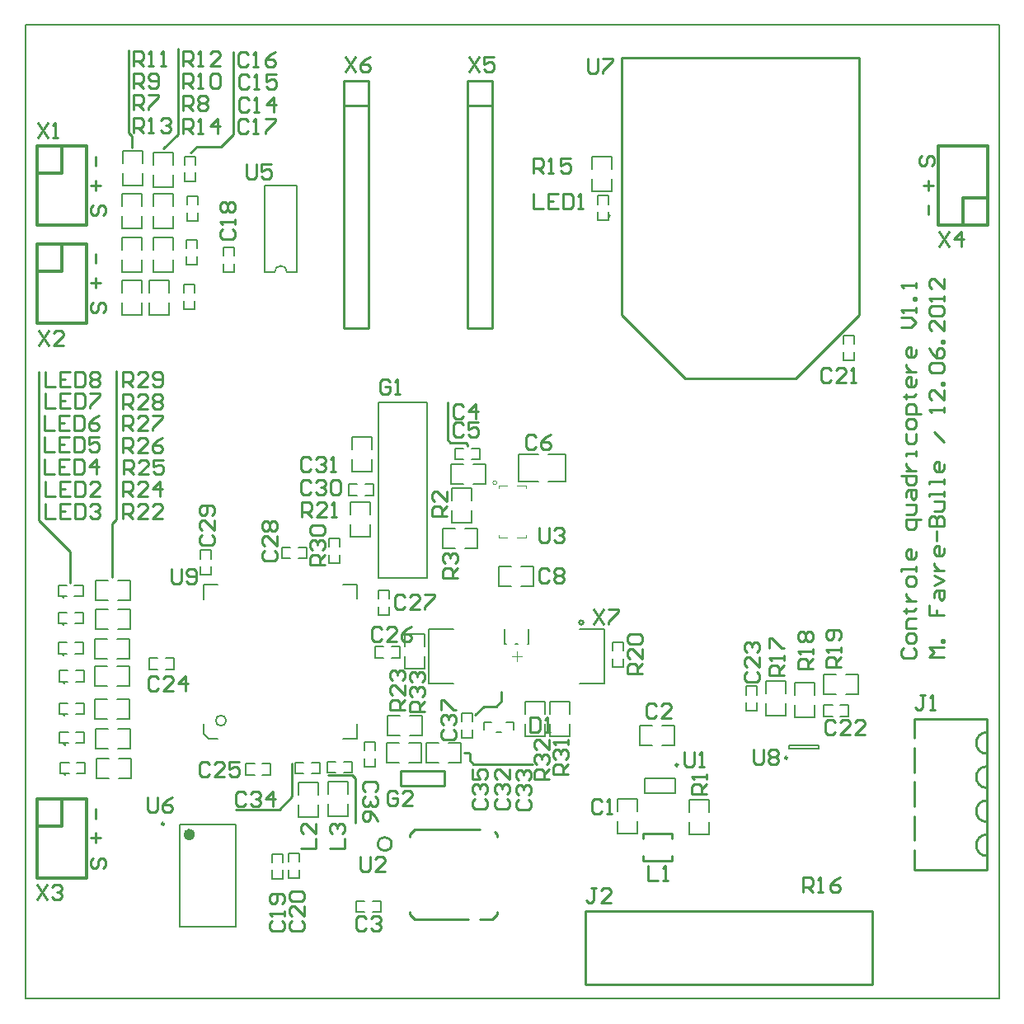
<source format=gto>
%FSLAX25Y25*%
%MOIN*%
G70*
G01*
G75*
G04 Layer_Color=65535*
%ADD10R,0.06000X0.04000*%
%ADD11R,0.02953X0.11024*%
%ADD12R,0.04000X0.06000*%
%ADD13R,0.03201X0.02799*%
%ADD14R,0.02799X0.03201*%
%ADD15R,0.03543X0.04724*%
%ADD16O,0.10236X0.02756*%
%ADD17R,0.20472X0.34449*%
%ADD18O,0.01772X0.07874*%
%ADD19R,0.01201X0.07098*%
%ADD20R,0.01200X0.07100*%
%ADD21R,0.07100X0.01200*%
%ADD22R,0.07100X0.01200*%
%ADD23R,0.07098X0.01201*%
%ADD24R,0.02559X0.04134*%
%ADD25R,0.06000X0.02500*%
%ADD26O,0.06000X0.02500*%
%ADD27R,0.06299X0.01969*%
%ADD28R,0.01969X0.06299*%
%ADD29R,0.04724X0.02362*%
%ADD30R,0.07874X0.21654*%
%ADD31R,0.04000X0.04000*%
%ADD32R,0.04000X0.08000*%
%ADD33R,0.03937X0.09055*%
%ADD34R,0.03937X0.05118*%
%ADD35R,0.05118X0.03937*%
%ADD36R,0.05906X0.03937*%
%ADD37R,0.11024X0.03937*%
%ADD38C,0.01181*%
%ADD39C,0.01969*%
%ADD40C,0.00591*%
%ADD41C,0.00787*%
%ADD42C,0.06299*%
%ADD43R,0.06299X0.06299*%
%ADD44R,0.06300X0.06200*%
%ADD45O,0.06300X0.06200*%
%ADD46C,0.25590*%
%ADD47R,0.09843X0.09843*%
%ADD48C,0.09843*%
%ADD49C,0.03937*%
%ADD50R,0.09843X0.09843*%
%ADD51C,0.02362*%
%ADD52C,0.05000*%
%ADD53C,0.04000*%
%ADD54C,0.05906*%
G04:AMPARAMS|DCode=55|XSize=74.803mil|YSize=74.803mil|CornerRadius=0mil|HoleSize=0mil|Usage=FLASHONLY|Rotation=0.000|XOffset=0mil|YOffset=0mil|HoleType=Round|Shape=Relief|Width=10mil|Gap=7.87mil|Entries=4|*
%AMTHD55*
7,0,0,0.07480,0.05906,0.01000,45*
%
%ADD55THD55*%
%ADD56C,0.05512*%
G04:AMPARAMS|DCode=57|XSize=70.866mil|YSize=70.866mil|CornerRadius=0mil|HoleSize=0mil|Usage=FLASHONLY|Rotation=0.000|XOffset=0mil|YOffset=0mil|HoleType=Round|Shape=Relief|Width=10mil|Gap=7.87mil|Entries=4|*
%AMTHD57*
7,0,0,0.07087,0.05512,0.01000,45*
%
%ADD57THD57*%
G04:AMPARAMS|DCode=58|XSize=161.417mil|YSize=161.417mil|CornerRadius=0mil|HoleSize=0mil|Usage=FLASHONLY|Rotation=0.000|XOffset=0mil|YOffset=0mil|HoleType=Round|Shape=Relief|Width=10mil|Gap=7.87mil|Entries=4|*
%AMTHD58*
7,0,0,0.16142,0.14567,0.01000,45*
%
%ADD58THD58*%
%ADD59C,0.08268*%
G04:AMPARAMS|DCode=60|XSize=98.425mil|YSize=98.425mil|CornerRadius=0mil|HoleSize=0mil|Usage=FLASHONLY|Rotation=0.000|XOffset=0mil|YOffset=0mil|HoleType=Round|Shape=Relief|Width=10mil|Gap=7.87mil|Entries=4|*
%AMTHD60*
7,0,0,0.09843,0.08268,0.01000,45*
%
%ADD60THD60*%
%ADD61C,0.05118*%
G04:AMPARAMS|DCode=62|XSize=66.929mil|YSize=66.929mil|CornerRadius=0mil|HoleSize=0mil|Usage=FLASHONLY|Rotation=0.000|XOffset=0mil|YOffset=0mil|HoleType=Round|Shape=Relief|Width=10mil|Gap=7.87mil|Entries=4|*
%AMTHD62*
7,0,0,0.06693,0.05118,0.01000,45*
%
%ADD62THD62*%
%ADD63C,0.03543*%
G04:AMPARAMS|DCode=64|XSize=51.181mil|YSize=51.181mil|CornerRadius=0mil|HoleSize=0mil|Usage=FLASHONLY|Rotation=0.000|XOffset=0mil|YOffset=0mil|HoleType=Round|Shape=Relief|Width=10mil|Gap=7.87mil|Entries=4|*
%AMTHD64*
7,0,0,0.05118,0.03543,0.01000,45*
%
%ADD64THD64*%
G04:AMPARAMS|DCode=65|XSize=67.37mil|YSize=67.37mil|CornerRadius=0mil|HoleSize=0mil|Usage=FLASHONLY|Rotation=0.000|XOffset=0mil|YOffset=0mil|HoleType=Round|Shape=Relief|Width=10mil|Gap=7.87mil|Entries=4|*
%AMTHD65*
7,0,0,0.06737,0.05162,0.01000,45*
%
%ADD65THD65*%
%ADD66C,0.05162*%
%ADD67C,0.14567*%
%ADD68R,0.01181X0.03150*%
%ADD69R,0.03150X0.01181*%
%ADD70R,0.19685X0.19685*%
%ADD71R,0.12598X0.12598*%
%ADD72C,0.00984*%
%ADD73C,0.02362*%
%ADD74C,0.01000*%
%ADD75C,0.00800*%
%ADD76C,0.00394*%
%ADD77C,0.00197*%
%ADD78C,0.00500*%
%ADD79C,0.01200*%
D38*
X4685Y69803D02*
X14685D01*
Y80803D01*
X4685Y294213D02*
X14685D01*
Y305213D01*
X4685Y333583D02*
X14685D01*
Y344583D01*
X379016Y323898D02*
X389016D01*
X379016Y312898D02*
Y323898D01*
D41*
X153283Y133354D02*
X161283D01*
X153283Y142354D02*
Y147354D01*
X161283D01*
Y133354D02*
Y138354D01*
X153283Y133354D02*
Y138354D01*
X161283Y142354D02*
Y147354D01*
X202201Y105992D02*
X210201D01*
X202201Y114992D02*
Y119992D01*
X210201D01*
Y105992D02*
Y110992D01*
X202201Y105992D02*
Y110992D01*
X210201Y114992D02*
Y119992D01*
X212142Y105992D02*
X220142D01*
X212142Y114992D02*
Y119992D01*
X220142D01*
Y105992D02*
Y110992D01*
X212142Y105992D02*
Y110992D01*
X220142Y114992D02*
Y119992D01*
X193898Y143405D02*
Y149508D01*
Y143405D02*
X194291D01*
X203346D02*
Y149508D01*
X202953Y143405D02*
X203346D01*
X198228D02*
X199016D01*
X163189Y127264D02*
X173031D01*
X163189D02*
Y149508D01*
X173031D01*
X224213D02*
X234055D01*
Y127264D02*
Y149508D01*
X224213Y127264D02*
X234055D01*
X146248Y106532D02*
Y114532D01*
X155248D02*
X160248D01*
Y106532D02*
Y114532D01*
X146248Y106532D02*
X151248D01*
X146248Y114532D02*
X151248D01*
X155248Y106532D02*
X160248D01*
X159953Y95409D02*
Y103409D01*
X145953Y95409D02*
X150953D01*
X145953D02*
Y103409D01*
X154953D02*
X159953D01*
X154953Y95409D02*
X159953D01*
X145953Y103409D02*
X150953D01*
X162094Y95508D02*
Y103508D01*
X171094D02*
X176094D01*
Y95508D02*
Y103508D01*
X162094Y95508D02*
X167094D01*
X162094Y103508D02*
X167094D01*
X171094Y95508D02*
X176094D01*
X139532Y195898D02*
Y200898D01*
X131532Y186898D02*
Y191898D01*
X139532Y186898D02*
Y191898D01*
X131532Y200898D02*
X139532D01*
X131532Y195898D02*
Y200898D01*
Y186898D02*
X139532D01*
X131925Y213079D02*
X139925D01*
X131925Y222079D02*
Y227079D01*
X139925D01*
Y213079D02*
Y218079D01*
X131925Y213079D02*
Y218079D01*
X139925Y222079D02*
Y227079D01*
X186232Y208008D02*
Y216008D01*
X172232Y208008D02*
X177232D01*
X172232D02*
Y216008D01*
X181232D02*
X186232D01*
X181232Y208008D02*
X186232D01*
X172232Y216008D02*
X177232D01*
X172280Y206410D02*
X180280D01*
Y192410D02*
Y197409D01*
X172280Y192410D02*
X180280D01*
X172280Y201410D02*
Y206410D01*
X180280Y201410D02*
Y206410D01*
X172280Y192410D02*
Y197409D01*
X168689Y182220D02*
Y190220D01*
X177689D02*
X182689D01*
Y182220D02*
Y190220D01*
X168689Y182220D02*
X173689D01*
X168689Y190220D02*
X173689D01*
X177689Y182220D02*
X182689D01*
X205327Y166866D02*
Y174866D01*
X191327Y166866D02*
X196327D01*
X191327D02*
Y174866D01*
X200327D02*
X205327D01*
X200327Y166866D02*
X205327D01*
X191327Y174866D02*
X196327D01*
X122476Y87610D02*
X130476D01*
Y73610D02*
Y78610D01*
X122476Y73610D02*
X130476D01*
X122476Y82610D02*
Y87610D01*
X130476Y82610D02*
Y87610D01*
X122476Y73610D02*
Y78610D01*
X110567Y87413D02*
X118567D01*
Y73413D02*
Y78413D01*
X110567Y73413D02*
X118567D01*
X110567Y82413D02*
Y87413D01*
X118567Y82413D02*
Y87413D01*
X110567Y73413D02*
Y78413D01*
X299346Y128260D02*
X307347D01*
Y114260D02*
Y119260D01*
X299346Y114260D02*
X307347D01*
X299346Y123260D02*
Y128260D01*
X307347Y123260D02*
Y128260D01*
X299346Y114260D02*
Y119260D01*
X336823Y123067D02*
Y131067D01*
X322823Y123067D02*
X327823D01*
X322823D02*
Y131067D01*
X331823D02*
X336823D01*
X331823Y123067D02*
X336823D01*
X322823Y131067D02*
X327823D01*
X248413Y102299D02*
Y110299D01*
X257413D02*
X262413D01*
Y102299D02*
Y110299D01*
X248413Y102299D02*
X253413D01*
X248413Y110299D02*
X253413D01*
X257413Y102299D02*
X262413D01*
X239504Y80721D02*
X247504D01*
Y66721D02*
Y71721D01*
X239504Y66721D02*
X247504D01*
X239504Y75721D02*
Y80721D01*
X247504Y75721D02*
Y80721D01*
X239504Y66721D02*
Y71721D01*
X268343Y66524D02*
X276343D01*
X268343Y75524D02*
Y80524D01*
X276343D01*
Y66524D02*
Y71524D01*
X268343Y66524D02*
Y71524D01*
X276343Y75524D02*
Y80524D01*
X28630Y89209D02*
Y97209D01*
X37630D02*
X42630D01*
Y89209D02*
Y97209D01*
X28630Y89209D02*
X33630D01*
X28630Y97209D02*
X33630D01*
X37630Y89209D02*
X42630D01*
X28433Y101118D02*
Y109118D01*
X37433D02*
X42433D01*
Y101118D02*
Y109118D01*
X28433Y101118D02*
X33433D01*
X28433Y109118D02*
X33433D01*
X37433Y101118D02*
X42433D01*
X28138Y113224D02*
Y121224D01*
X37138D02*
X42138D01*
Y113224D02*
Y121224D01*
X28138Y113224D02*
X33138D01*
X28138Y121224D02*
X33138D01*
X37138Y113224D02*
X42138D01*
X28138Y126413D02*
Y134413D01*
X37138D02*
X42138D01*
Y126413D02*
Y134413D01*
X28138Y126413D02*
X33138D01*
X28138Y134413D02*
X33138D01*
X37138Y126413D02*
X42138D01*
X28236Y137536D02*
Y145536D01*
X37236D02*
X42236D01*
Y137536D02*
Y145536D01*
X28236Y137536D02*
X33236D01*
X28236Y145536D02*
X33236D01*
X37236Y137536D02*
X42236D01*
X28433Y149346D02*
Y157346D01*
X37433D02*
X42433D01*
Y149346D02*
Y157346D01*
X28433Y149346D02*
X33433D01*
X28433Y157346D02*
X33433D01*
X37433Y149346D02*
X42433D01*
X229071Y326366D02*
X237071D01*
X229071Y335366D02*
Y340366D01*
X237071D01*
Y326366D02*
Y331366D01*
X229071Y326366D02*
Y331366D01*
X237071Y335366D02*
Y340366D01*
X50232Y276303D02*
X58232D01*
X50232Y285303D02*
Y290303D01*
X58232D01*
Y276303D02*
Y281303D01*
X50232Y276303D02*
Y281303D01*
X58232Y285303D02*
Y290303D01*
X39012D02*
X47012D01*
Y276303D02*
Y281303D01*
X39012Y276303D02*
X47012D01*
X39012Y285303D02*
Y290303D01*
X47012Y285303D02*
Y290303D01*
X39012Y276303D02*
Y281303D01*
X51610Y293590D02*
X59610D01*
X51610Y302590D02*
Y307591D01*
X59610D01*
Y293590D02*
Y298590D01*
X51610Y293590D02*
Y298590D01*
X59610Y302590D02*
Y307591D01*
X39012Y307787D02*
X47012D01*
Y293788D02*
Y298787D01*
X39012Y293788D02*
X47012D01*
X39012Y302787D02*
Y307787D01*
X47012Y302787D02*
Y307787D01*
X39012Y293788D02*
Y298787D01*
X51610Y311307D02*
X59610D01*
X51610Y320307D02*
Y325307D01*
X59610D01*
Y311307D02*
Y316307D01*
X51610Y311307D02*
Y316307D01*
X59610Y320307D02*
Y325307D01*
X39012Y325307D02*
X47012D01*
Y311307D02*
Y316307D01*
X39012Y311307D02*
X47012D01*
X39012Y320307D02*
Y325307D01*
X47012Y320307D02*
Y325307D01*
X39012Y311307D02*
Y316307D01*
X51807Y328039D02*
X59807D01*
X51807Y337039D02*
Y342039D01*
X59807D01*
Y328039D02*
Y333039D01*
X51807Y328039D02*
Y333039D01*
X59807Y337039D02*
Y342039D01*
X39307Y342630D02*
X47307D01*
Y328630D02*
Y333630D01*
X39307Y328630D02*
X47307D01*
X39307Y337630D02*
Y342630D01*
X47307Y337630D02*
Y342630D01*
X39307Y328630D02*
Y333630D01*
X311157Y127866D02*
X319158D01*
Y113866D02*
Y118866D01*
X311157Y113866D02*
X319158D01*
X311157Y122866D02*
Y127866D01*
X319158Y122866D02*
Y127866D01*
X311157Y113866D02*
Y118866D01*
X62303Y28937D02*
X85138D01*
X62303Y70276D02*
X85138D01*
Y28937D02*
Y70276D01*
X62303Y28937D02*
Y70276D01*
X250394Y83071D02*
Y88976D01*
X262598Y83071D02*
Y88976D01*
X250394Y83071D02*
X262598D01*
X250394Y88976D02*
X262598D01*
X71949Y107087D02*
Y111023D01*
Y107087D02*
X73917Y105118D01*
X77854D01*
X128248D02*
X134153D01*
Y111023D01*
X128248Y167323D02*
X134153D01*
Y161811D02*
Y167323D01*
X71949Y161417D02*
Y167323D01*
X77854D01*
X308662Y100984D02*
Y102559D01*
X320866Y100984D02*
Y102559D01*
X308662Y100984D02*
X320866D01*
X308662Y102559D02*
X320866D01*
X109772Y294260D02*
Y328760D01*
X96772Y293760D02*
Y328760D01*
X109772D01*
X98772Y293760D02*
X100772D01*
X105772D02*
X109772D01*
Y294260D01*
X96772Y293760D02*
X98772D01*
X28433Y161059D02*
Y169059D01*
X37433D02*
X42433D01*
Y161059D02*
Y169059D01*
X28433Y161059D02*
X33433D01*
X28433Y169059D02*
X33433D01*
X37433Y161059D02*
X42433D01*
X152657Y170079D02*
X162500D01*
Y240945D01*
X142815D02*
X162500D01*
X142815Y170079D02*
Y240945D01*
Y170079D02*
X152657D01*
X190276Y107610D02*
X192276D01*
X185276Y108610D02*
Y111610D01*
X188276D01*
X197276Y108610D02*
Y111610D01*
X194276D02*
X197276D01*
X199358Y209165D02*
Y220165D01*
X207358D01*
X199358Y209165D02*
X207358D01*
X218358Y219165D02*
Y220165D01*
X211358D02*
X218358D01*
Y209165D02*
Y219165D01*
X211358Y209165D02*
X218358D01*
X0Y0D02*
Y393701D01*
X393701D01*
Y0D02*
Y393701D01*
X0Y0D02*
X393701D01*
D72*
X225492Y152067D02*
G03*
X225492Y152067I-787J0D01*
G01*
X56102Y70650D02*
G03*
X56102Y70650I-492J0D01*
G01*
X263878Y94488D02*
G03*
X263878Y94488I-492J0D01*
G01*
X308071Y97342D02*
G03*
X308071Y97342I-492J0D01*
G01*
X359252Y105315D02*
Y113189D01*
Y91536D02*
Y101378D01*
Y77756D02*
Y87599D01*
Y63977D02*
Y73819D01*
Y52165D02*
Y60040D01*
D73*
X67421Y66339D02*
G03*
X67421Y66339I-1181J0D01*
G01*
D74*
X388779Y107677D02*
G03*
X388779Y99016I0J-4331D01*
G01*
Y93898D02*
G03*
X388779Y85236I0J-4331D01*
G01*
Y80118D02*
G03*
X388779Y71457I0J-4331D01*
G01*
Y66339D02*
G03*
X388779Y57677I0J-4331D01*
G01*
X148071Y62500D02*
G03*
X148071Y62500I-2756J0D01*
G01*
X177362Y99311D02*
X177559Y99508D01*
X179232D01*
X179724Y99016D01*
Y96260D02*
Y99016D01*
Y96260D02*
X181201Y94784D01*
X205020D01*
X181890Y114764D02*
X185335Y118209D01*
X185531D01*
X190354D01*
X192421Y120276D01*
Y124114D01*
X122244Y90256D02*
X132185D01*
X133465Y88976D01*
Y70965D02*
Y88976D01*
X107776Y81693D02*
Y94980D01*
X102657Y76575D02*
X107776Y81693D01*
X85236Y76575D02*
X102657D01*
X178642Y223524D02*
Y224213D01*
X177953Y224902D02*
X178642Y224213D01*
X171850Y224902D02*
X177953D01*
X170669Y226083D02*
X171850Y224902D01*
X170669Y226083D02*
Y240945D01*
X35039Y170571D02*
Y192224D01*
X36713Y193898D01*
Y253839D01*
X17913Y168012D02*
Y180709D01*
X5315Y193307D02*
X17913Y180709D01*
X5315Y193307D02*
Y253445D01*
X26575Y64961D02*
X30512D01*
X28543Y72835D02*
Y76772D01*
Y62992D02*
Y66929D01*
X66831Y341929D02*
X69291Y344390D01*
X79035D01*
X84055Y349410D01*
Y382874D01*
X55905Y343701D02*
X61713Y349508D01*
Y384055D01*
X42913Y344094D02*
Y348721D01*
X41634Y350000D02*
X42913Y348721D01*
X41634Y350000D02*
Y383465D01*
X26575Y289370D02*
X30512D01*
X28543Y297244D02*
Y301181D01*
Y287402D02*
Y291339D01*
X26575Y328740D02*
X30512D01*
X28543Y336614D02*
Y340551D01*
Y326772D02*
Y330709D01*
X178858Y271142D02*
Y371142D01*
Y271142D02*
X188858D01*
Y371142D01*
X178858D02*
X188858D01*
X178858Y361142D02*
X188858D01*
X249606Y55807D02*
Y57776D01*
Y64862D02*
Y66831D01*
X261417Y64862D02*
Y66831D01*
Y55807D02*
Y57776D01*
X249606Y66831D02*
X261417D01*
X249606Y55807D02*
X261417D01*
X359252Y52165D02*
X388779D01*
Y113189D01*
X359252D02*
X388779D01*
X128858Y271142D02*
Y371142D01*
Y271142D02*
X138858D01*
Y371142D01*
X128858D02*
X138858D01*
X128858Y361142D02*
X138858D01*
X363189Y328740D02*
X367126D01*
X365158Y316929D02*
Y320866D01*
Y326772D02*
Y330709D01*
X241043Y380354D02*
X337106D01*
Y276378D02*
Y380354D01*
X241043Y276378D02*
Y380354D01*
X270965Y250669D02*
X307185D01*
X311398D01*
X337106Y276378D01*
X266752Y250669D02*
X270965D01*
X241043Y276378D02*
X266752Y250669D01*
X226378Y5906D02*
Y35433D01*
Y5906D02*
X342520D01*
Y35433D01*
X226378D02*
X342520D01*
X151673Y92126D02*
X169390D01*
X151673Y86220D02*
X169390D01*
Y92126D01*
X151673Y86220D02*
Y92126D01*
X155315Y65453D02*
Y66437D01*
X157283Y68405D01*
X183858D01*
X155315Y33957D02*
Y34941D01*
Y33957D02*
X157283Y31988D01*
X177953D01*
X183858D02*
X188779D01*
X190748Y33957D01*
Y34941D01*
X177953Y31988D02*
X178937D01*
X190748Y65453D02*
Y66437D01*
X189764Y67421D02*
X190748Y66437D01*
X161417Y116240D02*
X155419D01*
Y119239D01*
X156419Y120239D01*
X158418D01*
X159418Y119239D01*
Y116240D01*
Y118239D02*
X161417Y120239D01*
X156419Y122238D02*
X155419Y123238D01*
Y125237D01*
X156419Y126237D01*
X157419D01*
X158418Y125237D01*
Y124238D01*
Y125237D01*
X159418Y126237D01*
X160418D01*
X161417Y125237D01*
Y123238D01*
X160418Y122238D01*
X156419Y128236D02*
X155419Y129236D01*
Y131235D01*
X156419Y132235D01*
X157419D01*
X158418Y131235D01*
Y130236D01*
Y131235D01*
X159418Y132235D01*
X160418D01*
X161417Y131235D01*
Y129236D01*
X160418Y128236D01*
X211614Y88681D02*
X205616D01*
Y91680D01*
X206616Y92680D01*
X208615D01*
X209615Y91680D01*
Y88681D01*
Y90680D02*
X211614Y92680D01*
X206616Y94679D02*
X205616Y95679D01*
Y97678D01*
X206616Y98678D01*
X207615D01*
X208615Y97678D01*
Y96679D01*
Y97678D01*
X209615Y98678D01*
X210614D01*
X211614Y97678D01*
Y95679D01*
X210614Y94679D01*
X211614Y104676D02*
Y100677D01*
X207615Y104676D01*
X206616D01*
X205616Y103676D01*
Y101677D01*
X206616Y100677D01*
X219488Y90847D02*
X213490D01*
Y93845D01*
X214490Y94845D01*
X216489D01*
X217489Y93845D01*
Y90847D01*
Y92846D02*
X219488Y94845D01*
X214490Y96845D02*
X213490Y97844D01*
Y99844D01*
X214490Y100843D01*
X215490D01*
X216489Y99844D01*
Y98844D01*
Y99844D01*
X217489Y100843D01*
X218489D01*
X219488Y99844D01*
Y97844D01*
X218489Y96845D01*
X219488Y102843D02*
Y104842D01*
Y103842D01*
X213490D01*
X214490Y102843D01*
X111713Y194587D02*
Y200585D01*
X114712D01*
X115711Y199585D01*
Y197586D01*
X114712Y196586D01*
X111713D01*
X113712D02*
X115711Y194587D01*
X121709D02*
X117711D01*
X121709Y198585D01*
Y199585D01*
X120710Y200585D01*
X118710D01*
X117711Y199585D01*
X123709Y194587D02*
X125708D01*
X124708D01*
Y200585D01*
X123709Y199585D01*
X249410Y131398D02*
X243411D01*
Y134397D01*
X244411Y135396D01*
X246410D01*
X247410Y134397D01*
Y131398D01*
Y133397D02*
X249410Y135396D01*
Y141394D02*
Y137396D01*
X245411Y141394D01*
X244411D01*
X243411Y140395D01*
Y138395D01*
X244411Y137396D01*
Y143394D02*
X243411Y144393D01*
Y146393D01*
X244411Y147392D01*
X248410D01*
X249410Y146393D01*
Y144393D01*
X248410Y143394D01*
X244411D01*
X233133Y79801D02*
X232133Y80801D01*
X230134D01*
X229134Y79801D01*
Y75803D01*
X230134Y74803D01*
X232133D01*
X233133Y75803D01*
X235132Y74803D02*
X237131D01*
X236132D01*
Y80801D01*
X235132Y79801D01*
X255081Y118384D02*
X254082Y119384D01*
X252082D01*
X251083Y118384D01*
Y114385D01*
X252082Y113386D01*
X254082D01*
X255081Y114385D01*
X261079Y113386D02*
X257081D01*
X261079Y117385D01*
Y118384D01*
X260080Y119384D01*
X258080D01*
X257081Y118384D01*
X137857Y32557D02*
X136857Y33557D01*
X134858D01*
X133858Y32557D01*
Y28559D01*
X134858Y27559D01*
X136857D01*
X137857Y28559D01*
X139856Y32557D02*
X140856Y33557D01*
X142855D01*
X143855Y32557D01*
Y31558D01*
X142855Y30558D01*
X141856D01*
X142855D01*
X143855Y29558D01*
Y28559D01*
X142855Y27559D01*
X140856D01*
X139856Y28559D01*
X177030Y239546D02*
X176031Y240545D01*
X174031D01*
X173031Y239546D01*
Y235547D01*
X174031Y234547D01*
X176031D01*
X177030Y235547D01*
X182029Y234547D02*
Y240545D01*
X179030Y237546D01*
X183028D01*
X177227Y231967D02*
X176227Y232967D01*
X174228D01*
X173228Y231967D01*
Y227968D01*
X174228Y226969D01*
X176227D01*
X177227Y227968D01*
X183225Y232967D02*
X179226D01*
Y229967D01*
X181226Y230967D01*
X182225D01*
X183225Y229967D01*
Y227968D01*
X182225Y226969D01*
X180226D01*
X179226Y227968D01*
X206436Y227073D02*
X205437Y228073D01*
X203437D01*
X202438Y227073D01*
Y223075D01*
X203437Y222075D01*
X205437D01*
X206436Y223075D01*
X212435Y228073D02*
X210435Y227073D01*
X208436Y225074D01*
Y223075D01*
X209436Y222075D01*
X211435D01*
X212435Y223075D01*
Y224074D01*
X211435Y225074D01*
X208436D01*
X211774Y173109D02*
X210775Y174108D01*
X208775D01*
X207776Y173109D01*
Y169110D01*
X208775Y168110D01*
X210775D01*
X211774Y169110D01*
X213774Y173109D02*
X214773Y174108D01*
X216773D01*
X217772Y173109D01*
Y172109D01*
X216773Y171109D01*
X217772Y170110D01*
Y169110D01*
X216773Y168110D01*
X214773D01*
X213774Y169110D01*
Y170110D01*
X214773Y171109D01*
X213774Y172109D01*
Y173109D01*
X214773Y171109D02*
X216773D01*
X90318Y363561D02*
X89318Y364561D01*
X87319D01*
X86319Y363561D01*
Y359563D01*
X87319Y358563D01*
X89318D01*
X90318Y359563D01*
X92317Y358563D02*
X94316D01*
X93317D01*
Y364561D01*
X92317Y363561D01*
X100314Y358563D02*
Y364561D01*
X97315Y361562D01*
X101314D01*
X90318Y372617D02*
X89318Y373616D01*
X87319D01*
X86319Y372617D01*
Y368618D01*
X87319Y367618D01*
X89318D01*
X90318Y368618D01*
X92317Y367618D02*
X94316D01*
X93317D01*
Y373616D01*
X92317Y372617D01*
X101314Y373616D02*
X97315D01*
Y370617D01*
X99315Y371617D01*
X100314D01*
X101314Y370617D01*
Y368618D01*
X100314Y367618D01*
X98315D01*
X97315Y368618D01*
X90121Y381869D02*
X89121Y382868D01*
X87122D01*
X86122Y381869D01*
Y377870D01*
X87122Y376870D01*
X89121D01*
X90121Y377870D01*
X92120Y376870D02*
X94120D01*
X93120D01*
Y382868D01*
X92120Y381869D01*
X101117Y382868D02*
X99118Y381869D01*
X97119Y379869D01*
Y377870D01*
X98118Y376870D01*
X100118D01*
X101117Y377870D01*
Y378869D01*
X100118Y379869D01*
X97119D01*
X90121Y354605D02*
X89121Y355604D01*
X87122D01*
X86122Y354605D01*
Y350606D01*
X87122Y349606D01*
X89121D01*
X90121Y350606D01*
X92120Y349606D02*
X94120D01*
X93120D01*
Y355604D01*
X92120Y354605D01*
X97119Y355604D02*
X101117D01*
Y354605D01*
X97119Y350606D01*
Y349606D01*
X79647Y310987D02*
X78648Y309987D01*
Y307988D01*
X79647Y306988D01*
X83646D01*
X84646Y307988D01*
Y309987D01*
X83646Y310987D01*
X84646Y312986D02*
Y314986D01*
Y313986D01*
X78648D01*
X79647Y312986D01*
Y317985D02*
X78648Y318984D01*
Y320984D01*
X79647Y321983D01*
X80647D01*
X81647Y320984D01*
X82646Y321983D01*
X83646D01*
X84646Y320984D01*
Y318984D01*
X83646Y317985D01*
X82646D01*
X81647Y318984D01*
X80647Y317985D01*
X79647D01*
X81647Y318984D02*
Y320984D01*
X99628Y31361D02*
X98628Y30361D01*
Y28362D01*
X99628Y27362D01*
X103626D01*
X104626Y28362D01*
Y30361D01*
X103626Y31361D01*
X104626Y33360D02*
Y35360D01*
Y34360D01*
X98628D01*
X99628Y33360D01*
X103626Y38359D02*
X104626Y39358D01*
Y41358D01*
X103626Y42357D01*
X99628D01*
X98628Y41358D01*
Y39358D01*
X99628Y38359D01*
X100627D01*
X101627Y39358D01*
Y42357D01*
X107797Y31361D02*
X106797Y30361D01*
Y28362D01*
X107797Y27362D01*
X111796D01*
X112795Y28362D01*
Y30361D01*
X111796Y31361D01*
X112795Y37359D02*
Y33360D01*
X108797Y37359D01*
X107797D01*
X106797Y36359D01*
Y34360D01*
X107797Y33360D01*
Y39358D02*
X106797Y40358D01*
Y42357D01*
X107797Y43357D01*
X111796D01*
X112795Y42357D01*
Y40358D01*
X111796Y39358D01*
X107797D01*
X325751Y254113D02*
X324751Y255112D01*
X322752D01*
X321752Y254113D01*
Y250114D01*
X322752Y249114D01*
X324751D01*
X325751Y250114D01*
X331749Y249114D02*
X327750D01*
X331749Y253113D01*
Y254113D01*
X330749Y255112D01*
X328750D01*
X327750Y254113D01*
X333748Y249114D02*
X335747D01*
X334748D01*
Y255112D01*
X333748Y254113D01*
X327424Y111691D02*
X326424Y112691D01*
X324425D01*
X323425Y111691D01*
Y107693D01*
X324425Y106693D01*
X326424D01*
X327424Y107693D01*
X333422Y106693D02*
X329423D01*
X333422Y110692D01*
Y111691D01*
X332422Y112691D01*
X330423D01*
X329423Y111691D01*
X339420Y106693D02*
X335421D01*
X339420Y110692D01*
Y111691D01*
X338420Y112691D01*
X336421D01*
X335421Y111691D01*
X291655Y132050D02*
X290655Y131050D01*
Y129051D01*
X291655Y128051D01*
X295654D01*
X296654Y129051D01*
Y131050D01*
X295654Y132050D01*
X296654Y138048D02*
Y134049D01*
X292655Y138048D01*
X291655D01*
X290655Y137048D01*
Y135049D01*
X291655Y134049D01*
Y140047D02*
X290655Y141047D01*
Y143046D01*
X291655Y144046D01*
X292655D01*
X293654Y143046D01*
Y142047D01*
Y143046D01*
X294654Y144046D01*
X295654D01*
X296654Y143046D01*
Y141047D01*
X295654Y140047D01*
X53703Y129408D02*
X52704Y130408D01*
X50704D01*
X49705Y129408D01*
Y125409D01*
X50704Y124409D01*
X52704D01*
X53703Y125409D01*
X59702Y124409D02*
X55703D01*
X59702Y128408D01*
Y129408D01*
X58702Y130408D01*
X56703D01*
X55703Y129408D01*
X64700Y124409D02*
Y130408D01*
X61701Y127409D01*
X65699D01*
X74373Y94861D02*
X73373Y95860D01*
X71374D01*
X70374Y94861D01*
Y90862D01*
X71374Y89862D01*
X73373D01*
X74373Y90862D01*
X80371Y89862D02*
X76372D01*
X80371Y93861D01*
Y94861D01*
X79371Y95860D01*
X77372D01*
X76372Y94861D01*
X86369Y95860D02*
X82370D01*
Y92861D01*
X84369Y93861D01*
X85369D01*
X86369Y92861D01*
Y90862D01*
X85369Y89862D01*
X83370D01*
X82370Y90862D01*
X144058Y149388D02*
X143058Y150388D01*
X141059D01*
X140059Y149388D01*
Y145389D01*
X141059Y144390D01*
X143058D01*
X144058Y145389D01*
X150056Y144390D02*
X146057D01*
X150056Y148389D01*
Y149388D01*
X149056Y150388D01*
X147057D01*
X146057Y149388D01*
X156054Y150388D02*
X154054Y149388D01*
X152055Y147389D01*
Y145389D01*
X153055Y144390D01*
X155054D01*
X156054Y145389D01*
Y146389D01*
X155054Y147389D01*
X152055D01*
X153310Y162479D02*
X152310Y163478D01*
X150311D01*
X149311Y162479D01*
Y158480D01*
X150311Y157480D01*
X152310D01*
X153310Y158480D01*
X159308Y157480D02*
X155309D01*
X159308Y161479D01*
Y162479D01*
X158308Y163478D01*
X156309D01*
X155309Y162479D01*
X161307Y163478D02*
X165306D01*
Y162479D01*
X161307Y158480D01*
Y157480D01*
X96773Y180967D02*
X95774Y179967D01*
Y177968D01*
X96773Y176969D01*
X100772D01*
X101772Y177968D01*
Y179967D01*
X100772Y180967D01*
X101772Y186965D02*
Y182967D01*
X97773Y186965D01*
X96773D01*
X95774Y185966D01*
Y183966D01*
X96773Y182967D01*
Y188965D02*
X95774Y189964D01*
Y191964D01*
X96773Y192963D01*
X97773D01*
X98773Y191964D01*
X99772Y192963D01*
X100772D01*
X101772Y191964D01*
Y189964D01*
X100772Y188965D01*
X99772D01*
X98773Y189964D01*
X97773Y188965D01*
X96773D01*
X98773Y189964D02*
Y191964D01*
X71478Y187365D02*
X70478Y186365D01*
Y184366D01*
X71478Y183366D01*
X75477D01*
X76476Y184366D01*
Y186365D01*
X75477Y187365D01*
X76476Y193363D02*
Y189364D01*
X72478Y193363D01*
X71478D01*
X70478Y192363D01*
Y190364D01*
X71478Y189364D01*
X75477Y195362D02*
X76476Y196362D01*
Y198361D01*
X75477Y199361D01*
X71478D01*
X70478Y198361D01*
Y196362D01*
X71478Y195362D01*
X72478D01*
X73477Y196362D01*
Y199361D01*
X115515Y208640D02*
X114515Y209640D01*
X112515D01*
X111516Y208640D01*
Y204641D01*
X112515Y203642D01*
X114515D01*
X115515Y204641D01*
X117514Y208640D02*
X118514Y209640D01*
X120513D01*
X121512Y208640D01*
Y207640D01*
X120513Y206641D01*
X119513D01*
X120513D01*
X121512Y205641D01*
Y204641D01*
X120513Y203642D01*
X118514D01*
X117514Y204641D01*
X123512Y208640D02*
X124512Y209640D01*
X126511D01*
X127511Y208640D01*
Y204641D01*
X126511Y203642D01*
X124512D01*
X123512Y204641D01*
Y208640D01*
X115416Y217990D02*
X114416Y218990D01*
X112417D01*
X111417Y217990D01*
Y213992D01*
X112417Y212992D01*
X114416D01*
X115416Y213992D01*
X117415Y217990D02*
X118415Y218990D01*
X120414D01*
X121414Y217990D01*
Y216991D01*
X120414Y215991D01*
X119415D01*
X120414D01*
X121414Y214991D01*
Y213992D01*
X120414Y212992D01*
X118415D01*
X117415Y213992D01*
X123413Y212992D02*
X125413D01*
X124413D01*
Y218990D01*
X123413Y217990D01*
X190671Y80770D02*
X189671Y79771D01*
Y77771D01*
X190671Y76772D01*
X194670D01*
X195669Y77771D01*
Y79771D01*
X194670Y80770D01*
X190671Y82770D02*
X189671Y83769D01*
Y85769D01*
X190671Y86768D01*
X191671D01*
X192670Y85769D01*
Y84769D01*
Y85769D01*
X193670Y86768D01*
X194670D01*
X195669Y85769D01*
Y83769D01*
X194670Y82770D01*
X195669Y92766D02*
Y88768D01*
X191671Y92766D01*
X190671D01*
X189671Y91767D01*
Y89767D01*
X190671Y88768D01*
X199332Y80475D02*
X198333Y79475D01*
Y77476D01*
X199332Y76476D01*
X203331D01*
X204331Y77476D01*
Y79475D01*
X203331Y80475D01*
X199332Y82474D02*
X198333Y83474D01*
Y85474D01*
X199332Y86473D01*
X200332D01*
X201332Y85474D01*
Y84474D01*
Y85474D01*
X202331Y86473D01*
X203331D01*
X204331Y85474D01*
Y83474D01*
X203331Y82474D01*
X199332Y88472D02*
X198333Y89472D01*
Y91471D01*
X199332Y92471D01*
X200332D01*
X201332Y91471D01*
Y90472D01*
Y91471D01*
X202331Y92471D01*
X203331D01*
X204331Y91471D01*
Y89472D01*
X203331Y88472D01*
X89235Y82853D02*
X88235Y83852D01*
X86236D01*
X85236Y82853D01*
Y78854D01*
X86236Y77854D01*
X88235D01*
X89235Y78854D01*
X91234Y82853D02*
X92234Y83852D01*
X94233D01*
X95233Y82853D01*
Y81853D01*
X94233Y80853D01*
X93234D01*
X94233D01*
X95233Y79854D01*
Y78854D01*
X94233Y77854D01*
X92234D01*
X91234Y78854D01*
X100231Y77854D02*
Y83852D01*
X97232Y80853D01*
X101231D01*
X181714Y80770D02*
X180714Y79771D01*
Y77771D01*
X181714Y76772D01*
X185713D01*
X186713Y77771D01*
Y79771D01*
X185713Y80770D01*
X181714Y82770D02*
X180714Y83769D01*
Y85769D01*
X181714Y86768D01*
X182714D01*
X183714Y85769D01*
Y84769D01*
Y85769D01*
X184713Y86768D01*
X185713D01*
X186713Y85769D01*
Y83769D01*
X185713Y82770D01*
X180714Y92766D02*
Y88768D01*
X183714D01*
X182714Y90767D01*
Y91767D01*
X183714Y92766D01*
X185713D01*
X186713Y91767D01*
Y89767D01*
X185713Y88768D01*
X141416Y83797D02*
X142415Y84796D01*
Y86796D01*
X141416Y87795D01*
X137417D01*
X136417Y86796D01*
Y84796D01*
X137417Y83797D01*
X141416Y81797D02*
X142415Y80797D01*
Y78798D01*
X141416Y77798D01*
X140416D01*
X139416Y78798D01*
Y79798D01*
Y78798D01*
X138417Y77798D01*
X137417D01*
X136417Y78798D01*
Y80797D01*
X137417Y81797D01*
X142415Y71801D02*
X141416Y73800D01*
X139416Y75799D01*
X137417D01*
X136417Y74800D01*
Y72800D01*
X137417Y71801D01*
X138417D01*
X139416Y72800D01*
Y75799D01*
X169017Y108821D02*
X168018Y107822D01*
Y105823D01*
X169017Y104823D01*
X173016D01*
X174016Y105823D01*
Y107822D01*
X173016Y108821D01*
X169017Y110821D02*
X168018Y111821D01*
Y113820D01*
X169017Y114820D01*
X170017D01*
X171017Y113820D01*
Y112820D01*
Y113820D01*
X172016Y114820D01*
X173016D01*
X174016Y113820D01*
Y111821D01*
X173016Y110821D01*
X168018Y116819D02*
Y120818D01*
X169017D01*
X173016Y116819D01*
X174016D01*
X204134Y113675D02*
Y107677D01*
X207133D01*
X208133Y108677D01*
Y112675D01*
X207133Y113675D01*
X204134D01*
X210132Y107677D02*
X212131D01*
X211132D01*
Y113675D01*
X210132Y112675D01*
X147385Y249364D02*
X146386Y250364D01*
X144386D01*
X143387Y249364D01*
Y245366D01*
X144386Y244366D01*
X146386D01*
X147385Y245366D01*
Y247365D01*
X145386D01*
X149385Y244366D02*
X151384D01*
X150384D01*
Y250364D01*
X149385Y249364D01*
X150455Y83050D02*
X149456Y84049D01*
X147456D01*
X146457Y83050D01*
Y79051D01*
X147456Y78051D01*
X149456D01*
X150455Y79051D01*
Y81050D01*
X148456D01*
X156454Y78051D02*
X152455D01*
X156454Y82050D01*
Y83050D01*
X155454Y84049D01*
X153454D01*
X152455Y83050D01*
X230895Y44894D02*
X228895D01*
X229895D01*
Y39896D01*
X228895Y38896D01*
X227896D01*
X226896Y39896D01*
X236893Y38896D02*
X232894D01*
X236893Y42895D01*
Y43894D01*
X235893Y44894D01*
X233894D01*
X232894Y43894D01*
X111325Y60827D02*
X117323D01*
Y64825D01*
Y70824D02*
Y66825D01*
X113324Y70824D01*
X112325D01*
X111325Y69824D01*
Y67825D01*
X112325Y66825D01*
X123234Y60827D02*
X129232D01*
Y64825D01*
X124234Y66825D02*
X123234Y67825D01*
Y69824D01*
X124234Y70824D01*
X125234D01*
X126233Y69824D01*
Y68824D01*
Y69824D01*
X127233Y70824D01*
X128233D01*
X129232Y69824D01*
Y67825D01*
X128233Y66825D01*
X205315Y325289D02*
Y319291D01*
X209314D01*
X215312Y325289D02*
X211313D01*
Y319291D01*
X215312D01*
X211313Y322290D02*
X213312D01*
X217311Y325289D02*
Y319291D01*
X220310D01*
X221310Y320291D01*
Y324290D01*
X220310Y325289D01*
X217311D01*
X223309Y319291D02*
X225308D01*
X224309D01*
Y325289D01*
X223309Y324290D01*
X7972Y209148D02*
Y203150D01*
X11971D01*
X17969Y209148D02*
X13971D01*
Y203150D01*
X17969D01*
X13971Y206149D02*
X15970D01*
X19969Y209148D02*
Y203150D01*
X22968D01*
X23967Y204149D01*
Y208148D01*
X22968Y209148D01*
X19969D01*
X29965Y203150D02*
X25967D01*
X29965Y207148D01*
Y208148D01*
X28966Y209148D01*
X26966D01*
X25967Y208148D01*
X7972Y200191D02*
Y194193D01*
X11971D01*
X17969Y200191D02*
X13971D01*
Y194193D01*
X17969D01*
X13971Y197192D02*
X15970D01*
X19969Y200191D02*
Y194193D01*
X22968D01*
X23967Y195193D01*
Y199191D01*
X22968Y200191D01*
X19969D01*
X25967Y199191D02*
X26966Y200191D01*
X28966D01*
X29965Y199191D01*
Y198192D01*
X28966Y197192D01*
X27966D01*
X28966D01*
X29965Y196192D01*
Y195193D01*
X28966Y194193D01*
X26966D01*
X25967Y195193D01*
X7874Y218006D02*
Y212008D01*
X11873D01*
X17871Y218006D02*
X13872D01*
Y212008D01*
X17871D01*
X13872Y215007D02*
X15871D01*
X19870Y218006D02*
Y212008D01*
X22869D01*
X23869Y213007D01*
Y217006D01*
X22869Y218006D01*
X19870D01*
X28867Y212008D02*
Y218006D01*
X25868Y215007D01*
X29867D01*
X7874Y227061D02*
Y221063D01*
X11873D01*
X17871Y227061D02*
X13872D01*
Y221063D01*
X17871D01*
X13872Y224062D02*
X15871D01*
X19870Y227061D02*
Y221063D01*
X22869D01*
X23869Y222063D01*
Y226061D01*
X22869Y227061D01*
X19870D01*
X29867D02*
X25868D01*
Y224062D01*
X27867Y225062D01*
X28867D01*
X29867Y224062D01*
Y222063D01*
X28867Y221063D01*
X26868D01*
X25868Y222063D01*
X7874Y235821D02*
Y229823D01*
X11873D01*
X17871Y235821D02*
X13872D01*
Y229823D01*
X17871D01*
X13872Y232822D02*
X15871D01*
X19870Y235821D02*
Y229823D01*
X22869D01*
X23869Y230822D01*
Y234821D01*
X22869Y235821D01*
X19870D01*
X29867D02*
X27867Y234821D01*
X25868Y232822D01*
Y230822D01*
X26868Y229823D01*
X28867D01*
X29867Y230822D01*
Y231822D01*
X28867Y232822D01*
X25868D01*
X7972Y244679D02*
Y238681D01*
X11971D01*
X17969Y244679D02*
X13971D01*
Y238681D01*
X17969D01*
X13971Y241680D02*
X15970D01*
X19969Y244679D02*
Y238681D01*
X22968D01*
X23967Y239681D01*
Y243679D01*
X22968Y244679D01*
X19969D01*
X25967D02*
X29965D01*
Y243679D01*
X25967Y239681D01*
Y238681D01*
X7972Y253537D02*
Y247539D01*
X11971D01*
X17969Y253537D02*
X13971D01*
Y247539D01*
X17969D01*
X13971Y250538D02*
X15970D01*
X19969Y253537D02*
Y247539D01*
X22968D01*
X23967Y248539D01*
Y252538D01*
X22968Y253537D01*
X19969D01*
X25967Y252538D02*
X26966Y253537D01*
X28966D01*
X29965Y252538D01*
Y251538D01*
X28966Y250538D01*
X29965Y249539D01*
Y248539D01*
X28966Y247539D01*
X26966D01*
X25967Y248539D01*
Y249539D01*
X26966Y250538D01*
X25967Y251538D01*
Y252538D01*
X26966Y250538D02*
X28966D01*
X275295Y82677D02*
X269297D01*
Y85676D01*
X270297Y86676D01*
X272296D01*
X273296Y85676D01*
Y82677D01*
Y84676D02*
X275295Y86676D01*
Y88675D02*
Y90675D01*
Y89675D01*
X269297D01*
X270297Y88675D01*
X170472Y195079D02*
X164474D01*
Y198078D01*
X165474Y199077D01*
X167473D01*
X168473Y198078D01*
Y195079D01*
Y197078D02*
X170472Y199077D01*
Y205076D02*
Y201077D01*
X166474Y205076D01*
X165474D01*
X164474Y204076D01*
Y202077D01*
X165474Y201077D01*
X174803Y169980D02*
X168805D01*
Y172979D01*
X169805Y173979D01*
X171804D01*
X172804Y172979D01*
Y169980D01*
Y171980D02*
X174803Y173979D01*
X169805Y175978D02*
X168805Y176978D01*
Y178977D01*
X169805Y179977D01*
X170804D01*
X171804Y178977D01*
Y177978D01*
Y178977D01*
X172804Y179977D01*
X173803D01*
X174803Y178977D01*
Y176978D01*
X173803Y175978D01*
X43701Y359252D02*
Y365250D01*
X46700D01*
X47699Y364250D01*
Y362251D01*
X46700Y361251D01*
X43701D01*
X45700D02*
X47699Y359252D01*
X49699Y365250D02*
X53698D01*
Y364250D01*
X49699Y360252D01*
Y359252D01*
X63878Y358957D02*
Y364955D01*
X66877D01*
X67877Y363955D01*
Y361956D01*
X66877Y360956D01*
X63878D01*
X65877D02*
X67877Y358957D01*
X69876Y363955D02*
X70876Y364955D01*
X72875D01*
X73875Y363955D01*
Y362955D01*
X72875Y361956D01*
X73875Y360956D01*
Y359956D01*
X72875Y358957D01*
X70876D01*
X69876Y359956D01*
Y360956D01*
X70876Y361956D01*
X69876Y362955D01*
Y363955D01*
X70876Y361956D02*
X72875D01*
X43701Y368012D02*
Y374010D01*
X46700D01*
X47699Y373010D01*
Y371011D01*
X46700Y370011D01*
X43701D01*
X45700D02*
X47699Y368012D01*
X49699Y369011D02*
X50699Y368012D01*
X52698D01*
X53698Y369011D01*
Y373010D01*
X52698Y374010D01*
X50699D01*
X49699Y373010D01*
Y372010D01*
X50699Y371011D01*
X53698D01*
X63583Y368012D02*
Y374010D01*
X66582D01*
X67581Y373010D01*
Y371011D01*
X66582Y370011D01*
X63583D01*
X65582D02*
X67581Y368012D01*
X69581D02*
X71580D01*
X70580D01*
Y374010D01*
X69581Y373010D01*
X74579D02*
X75579Y374010D01*
X77578D01*
X78578Y373010D01*
Y369011D01*
X77578Y368012D01*
X75579D01*
X74579Y369011D01*
Y373010D01*
X43898Y377067D02*
Y383065D01*
X46897D01*
X47896Y382065D01*
Y380066D01*
X46897Y379066D01*
X43898D01*
X45897D02*
X47896Y377067D01*
X49896D02*
X51895D01*
X50895D01*
Y383065D01*
X49896Y382065D01*
X54894Y377067D02*
X56893D01*
X55894D01*
Y383065D01*
X54894Y382065D01*
X63878Y377067D02*
Y383065D01*
X66877D01*
X67877Y382065D01*
Y380066D01*
X66877Y379066D01*
X63878D01*
X65877D02*
X67877Y377067D01*
X69876D02*
X71875D01*
X70876D01*
Y383065D01*
X69876Y382065D01*
X78873Y377067D02*
X74874D01*
X78873Y381066D01*
Y382065D01*
X77873Y383065D01*
X75874D01*
X74874Y382065D01*
X43701Y350000D02*
Y355998D01*
X46700D01*
X47699Y354998D01*
Y352999D01*
X46700Y351999D01*
X43701D01*
X45700D02*
X47699Y350000D01*
X49699D02*
X51698D01*
X50699D01*
Y355998D01*
X49699Y354998D01*
X54697D02*
X55697Y355998D01*
X57696D01*
X58696Y354998D01*
Y353999D01*
X57696Y352999D01*
X56697D01*
X57696D01*
X58696Y351999D01*
Y351000D01*
X57696Y350000D01*
X55697D01*
X54697Y351000D01*
X63583Y349606D02*
Y355604D01*
X66582D01*
X67581Y354605D01*
Y352605D01*
X66582Y351606D01*
X63583D01*
X65582D02*
X67581Y349606D01*
X69581D02*
X71580D01*
X70580D01*
Y355604D01*
X69581Y354605D01*
X77578Y349606D02*
Y355604D01*
X74579Y352605D01*
X78578D01*
X205315Y333760D02*
Y339758D01*
X208314D01*
X209314Y338758D01*
Y336759D01*
X208314Y335759D01*
X205315D01*
X207314D02*
X209314Y333760D01*
X211313D02*
X213312D01*
X212313D01*
Y339758D01*
X211313Y338758D01*
X220310Y339758D02*
X216311D01*
Y336759D01*
X218311Y337759D01*
X219310D01*
X220310Y336759D01*
Y334759D01*
X219310Y333760D01*
X217311D01*
X216311Y334759D01*
X306791Y130807D02*
X300793D01*
Y133806D01*
X301793Y134806D01*
X303792D01*
X304792Y133806D01*
Y130807D01*
Y132806D02*
X306791Y134806D01*
Y136805D02*
Y138804D01*
Y137805D01*
X300793D01*
X301793Y136805D01*
X300793Y141804D02*
Y145802D01*
X301793D01*
X305792Y141804D01*
X306791D01*
X318307Y133366D02*
X312309D01*
Y136365D01*
X313309Y137365D01*
X315308D01*
X316308Y136365D01*
Y133366D01*
Y135365D02*
X318307Y137365D01*
Y139364D02*
Y141364D01*
Y140364D01*
X312309D01*
X313309Y139364D01*
Y144363D02*
X312309Y145362D01*
Y147362D01*
X313309Y148361D01*
X314308D01*
X315308Y147362D01*
X316308Y148361D01*
X317307D01*
X318307Y147362D01*
Y145362D01*
X317307Y144363D01*
X316308D01*
X315308Y145362D01*
X314308Y144363D01*
X313309D01*
X315308Y145362D02*
Y147362D01*
X329626Y134055D02*
X323628D01*
Y137054D01*
X324628Y138054D01*
X326627D01*
X327627Y137054D01*
Y134055D01*
Y136055D02*
X329626Y138054D01*
Y140053D02*
Y142052D01*
Y141053D01*
X323628D01*
X324628Y140053D01*
X328626Y145052D02*
X329626Y146051D01*
Y148051D01*
X328626Y149050D01*
X324628D01*
X323628Y148051D01*
Y146051D01*
X324628Y145052D01*
X325627D01*
X326627Y146051D01*
Y149050D01*
X39370Y194095D02*
Y200093D01*
X42369D01*
X43369Y199093D01*
Y197093D01*
X42369Y196094D01*
X39370D01*
X41369D02*
X43369Y194095D01*
X49367D02*
X45368D01*
X49367Y198093D01*
Y199093D01*
X48367Y200093D01*
X46368D01*
X45368Y199093D01*
X55365Y194095D02*
X51366D01*
X55365Y198093D01*
Y199093D01*
X54365Y200093D01*
X52366D01*
X51366Y199093D01*
X153543Y116732D02*
X147545D01*
Y119731D01*
X148545Y120731D01*
X150544D01*
X151544Y119731D01*
Y116732D01*
Y118732D02*
X153543Y120731D01*
Y126729D02*
Y122730D01*
X149545Y126729D01*
X148545D01*
X147545Y125729D01*
Y123730D01*
X148545Y122730D01*
Y128728D02*
X147545Y129728D01*
Y131727D01*
X148545Y132727D01*
X149545D01*
X150544Y131727D01*
Y130728D01*
Y131727D01*
X151544Y132727D01*
X152544D01*
X153543Y131727D01*
Y129728D01*
X152544Y128728D01*
X39567Y203150D02*
Y209148D01*
X42566D01*
X43566Y208148D01*
Y206149D01*
X42566Y205149D01*
X39567D01*
X41566D02*
X43566Y203150D01*
X49564D02*
X45565D01*
X49564Y207148D01*
Y208148D01*
X48564Y209148D01*
X46565D01*
X45565Y208148D01*
X54562Y203150D02*
Y209148D01*
X51563Y206149D01*
X55562D01*
X39665Y211910D02*
Y217908D01*
X42664D01*
X43664Y216908D01*
Y214909D01*
X42664Y213909D01*
X39665D01*
X41665D02*
X43664Y211910D01*
X49662D02*
X45663D01*
X49662Y215908D01*
Y216908D01*
X48662Y217908D01*
X46663D01*
X45663Y216908D01*
X55660Y217908D02*
X51661D01*
Y214909D01*
X53661Y215908D01*
X54660D01*
X55660Y214909D01*
Y212909D01*
X54660Y211910D01*
X52661D01*
X51661Y212909D01*
X39567Y220866D02*
Y226864D01*
X42566D01*
X43566Y225865D01*
Y223865D01*
X42566Y222866D01*
X39567D01*
X41566D02*
X43566Y220866D01*
X49564D02*
X45565D01*
X49564Y224865D01*
Y225865D01*
X48564Y226864D01*
X46565D01*
X45565Y225865D01*
X55562Y226864D02*
X53562Y225865D01*
X51563Y223865D01*
Y221866D01*
X52563Y220866D01*
X54562D01*
X55562Y221866D01*
Y222866D01*
X54562Y223865D01*
X51563D01*
X39567Y229626D02*
Y235624D01*
X42566D01*
X43566Y234624D01*
Y232625D01*
X42566Y231625D01*
X39567D01*
X41566D02*
X43566Y229626D01*
X49564D02*
X45565D01*
X49564Y233625D01*
Y234624D01*
X48564Y235624D01*
X46565D01*
X45565Y234624D01*
X51563Y235624D02*
X55562D01*
Y234624D01*
X51563Y230626D01*
Y229626D01*
X39370Y238386D02*
Y244384D01*
X42369D01*
X43369Y243384D01*
Y241385D01*
X42369Y240385D01*
X39370D01*
X41369D02*
X43369Y238386D01*
X49367D02*
X45368D01*
X49367Y242385D01*
Y243384D01*
X48367Y244384D01*
X46368D01*
X45368Y243384D01*
X51366D02*
X52366Y244384D01*
X54365D01*
X55365Y243384D01*
Y242385D01*
X54365Y241385D01*
X55365Y240385D01*
Y239386D01*
X54365Y238386D01*
X52366D01*
X51366Y239386D01*
Y240385D01*
X52366Y241385D01*
X51366Y242385D01*
Y243384D01*
X52366Y241385D02*
X54365D01*
X39370Y247342D02*
Y253341D01*
X42369D01*
X43369Y252341D01*
Y250342D01*
X42369Y249342D01*
X39370D01*
X41369D02*
X43369Y247342D01*
X49367D02*
X45368D01*
X49367Y251341D01*
Y252341D01*
X48367Y253341D01*
X46368D01*
X45368Y252341D01*
X51366Y248342D02*
X52366Y247342D01*
X54365D01*
X55365Y248342D01*
Y252341D01*
X54365Y253341D01*
X52366D01*
X51366Y252341D01*
Y251341D01*
X52366Y250342D01*
X55365D01*
X120965Y175394D02*
X114966D01*
Y178393D01*
X115966Y179392D01*
X117965D01*
X118965Y178393D01*
Y175394D01*
Y177393D02*
X120965Y179392D01*
X115966Y181392D02*
X114966Y182391D01*
Y184391D01*
X115966Y185390D01*
X116966D01*
X117965Y184391D01*
Y183391D01*
Y184391D01*
X118965Y185390D01*
X119965D01*
X120965Y184391D01*
Y182391D01*
X119965Y181392D01*
X115966Y187390D02*
X114966Y188390D01*
Y190389D01*
X115966Y191388D01*
X119965D01*
X120965Y190389D01*
Y188390D01*
X119965Y187390D01*
X115966D01*
X135531Y57474D02*
Y52476D01*
X136531Y51476D01*
X138531D01*
X139530Y52476D01*
Y57474D01*
X145528Y51476D02*
X141530D01*
X145528Y55475D01*
Y56475D01*
X144529Y57474D01*
X142529D01*
X141530Y56475D01*
X207776Y190545D02*
Y185547D01*
X208775Y184547D01*
X210775D01*
X211774Y185547D01*
Y190545D01*
X213774Y189546D02*
X214773Y190545D01*
X216773D01*
X217772Y189546D01*
Y188546D01*
X216773Y187546D01*
X215773D01*
X216773D01*
X217772Y186547D01*
Y185547D01*
X216773Y184547D01*
X214773D01*
X213774Y185547D01*
X89272Y337297D02*
Y332299D01*
X90271Y331299D01*
X92271D01*
X93270Y332299D01*
Y337297D01*
X99268D02*
X95270D01*
Y334298D01*
X97269Y335298D01*
X98269D01*
X99268Y334298D01*
Y332299D01*
X98269Y331299D01*
X96269D01*
X95270Y332299D01*
X227362Y380112D02*
Y375114D01*
X228362Y374114D01*
X230361D01*
X231361Y375114D01*
Y380112D01*
X233360D02*
X237359D01*
Y379113D01*
X233360Y375114D01*
Y374114D01*
X294390Y100585D02*
Y95586D01*
X295389Y94587D01*
X297389D01*
X298389Y95586D01*
Y100585D01*
X300388Y99585D02*
X301388Y100585D01*
X303387D01*
X304386Y99585D01*
Y98585D01*
X303387Y97586D01*
X304386Y96586D01*
Y95586D01*
X303387Y94587D01*
X301388D01*
X300388Y95586D01*
Y96586D01*
X301388Y97586D01*
X300388Y98585D01*
Y99585D01*
X301388Y97586D02*
X303387D01*
X59055Y173715D02*
Y168716D01*
X60055Y167717D01*
X62054D01*
X63054Y168716D01*
Y173715D01*
X65053Y168716D02*
X66053Y167717D01*
X68052D01*
X69052Y168716D01*
Y172715D01*
X68052Y173715D01*
X66053D01*
X65053Y172715D01*
Y171715D01*
X66053Y170716D01*
X69052D01*
X5096Y354194D02*
X9095Y348196D01*
Y354194D02*
X5096Y348196D01*
X11094D02*
X13093D01*
X12094D01*
Y354194D01*
X11094Y353194D01*
X5512Y269974D02*
X9510Y263976D01*
Y269974D02*
X5512Y263976D01*
X15509D02*
X11510D01*
X15509Y267975D01*
Y268975D01*
X14509Y269974D01*
X12510D01*
X11510Y268975D01*
X4724Y46156D02*
X8723Y40157D01*
Y46156D02*
X4724Y40157D01*
X10723Y45156D02*
X11722Y46156D01*
X13722D01*
X14721Y45156D01*
Y44156D01*
X13722Y43156D01*
X12722D01*
X13722D01*
X14721Y42157D01*
Y41157D01*
X13722Y40157D01*
X11722D01*
X10723Y41157D01*
X369390Y310230D02*
X373389Y304232D01*
Y310230D02*
X369390Y304232D01*
X378387D02*
Y310230D01*
X375388Y307231D01*
X379386D01*
X179396Y380594D02*
X183395Y374596D01*
Y380594D02*
X179396Y374596D01*
X189393Y380594D02*
X185394D01*
Y377595D01*
X187393Y378595D01*
X188393D01*
X189393Y377595D01*
Y375596D01*
X188393Y374596D01*
X186394D01*
X185394Y375596D01*
X129396Y380594D02*
X133395Y374596D01*
Y380594D02*
X129396Y374596D01*
X139393Y380594D02*
X137393Y379594D01*
X135394Y377595D01*
Y375596D01*
X136394Y374596D01*
X138393D01*
X139393Y375596D01*
Y376595D01*
X138393Y377595D01*
X135394D01*
X229823Y157278D02*
X233822Y151279D01*
Y157278D02*
X229823Y151279D01*
X235821Y157278D02*
X239820D01*
Y156278D01*
X235821Y152279D01*
Y151279D01*
X266339Y99797D02*
Y94799D01*
X267338Y93799D01*
X269338D01*
X270337Y94799D01*
Y99797D01*
X272337Y93799D02*
X274336D01*
X273336D01*
Y99797D01*
X272337Y98798D01*
X314272Y43012D02*
Y49010D01*
X317271D01*
X318270Y48010D01*
Y46011D01*
X317271Y45011D01*
X314272D01*
X316271D02*
X318270Y43012D01*
X320270D02*
X322269D01*
X321269D01*
Y49010D01*
X320270Y48010D01*
X329267Y49010D02*
X327267Y48010D01*
X325268Y46011D01*
Y44012D01*
X326268Y43012D01*
X328267D01*
X329267Y44012D01*
Y45011D01*
X328267Y46011D01*
X325268D01*
X363749Y122656D02*
X361749D01*
X362749D01*
Y117657D01*
X361749Y116658D01*
X360750D01*
X359750Y117657D01*
X365748Y116658D02*
X367747D01*
X366748D01*
Y122656D01*
X365748Y121656D01*
X49314Y81427D02*
Y76429D01*
X50314Y75429D01*
X52313D01*
X53313Y76429D01*
Y81427D01*
X59311D02*
X57312Y80427D01*
X55312Y78428D01*
Y76429D01*
X56312Y75429D01*
X58311D01*
X59311Y76429D01*
Y77429D01*
X58311Y78428D01*
X55312D01*
X251772Y53636D02*
Y47638D01*
X255770D01*
X257770D02*
X259769D01*
X258769D01*
Y53636D01*
X257770Y52636D01*
X31278Y52891D02*
X32278Y53891D01*
Y55890D01*
X31278Y56890D01*
X30278D01*
X29279Y55890D01*
Y53891D01*
X28279Y52891D01*
X27279D01*
X26280Y53891D01*
Y55890D01*
X27279Y56890D01*
X31278Y277301D02*
X32278Y278300D01*
Y280299D01*
X31278Y281299D01*
X30278D01*
X29279Y280299D01*
Y278300D01*
X28279Y277301D01*
X27279D01*
X26280Y278300D01*
Y280299D01*
X27279Y281299D01*
X31278Y316671D02*
X32278Y317670D01*
Y319670D01*
X31278Y320669D01*
X30278D01*
X29279Y319670D01*
Y317670D01*
X28279Y316671D01*
X27279D01*
X26280Y317670D01*
Y319670D01*
X27279Y320669D01*
X362423Y340810D02*
X361423Y339810D01*
Y337811D01*
X362423Y336811D01*
X363423D01*
X364422Y337811D01*
Y339810D01*
X365422Y340810D01*
X366422D01*
X367421Y339810D01*
Y337811D01*
X366422Y336811D01*
X355041Y141597D02*
X354041Y140597D01*
Y138598D01*
X355041Y137598D01*
X359040D01*
X360039Y138598D01*
Y140597D01*
X359040Y141597D01*
X360039Y144596D02*
Y146596D01*
X359040Y147595D01*
X357040D01*
X356041Y146596D01*
Y144596D01*
X357040Y143596D01*
X359040D01*
X360039Y144596D01*
Y149595D02*
X356041D01*
Y152594D01*
X357040Y153593D01*
X360039D01*
X355041Y156592D02*
X356041D01*
Y155593D01*
Y157592D01*
Y156592D01*
X359040D01*
X360039Y157592D01*
X356041Y160591D02*
X360039D01*
X358040D01*
X357040Y161591D01*
X356041Y162590D01*
Y163590D01*
X360039Y167589D02*
Y169588D01*
X359040Y170588D01*
X357040D01*
X356041Y169588D01*
Y167589D01*
X357040Y166589D01*
X359040D01*
X360039Y167589D01*
Y172587D02*
Y174586D01*
Y173587D01*
X354041D01*
Y172587D01*
X360039Y180585D02*
Y178585D01*
X359040Y177585D01*
X357040D01*
X356041Y178585D01*
Y180585D01*
X357040Y181584D01*
X358040D01*
Y177585D01*
X362039Y193580D02*
X356041D01*
Y190581D01*
X357040Y189582D01*
X359040D01*
X360039Y190581D01*
Y193580D01*
X356041Y195580D02*
X359040D01*
X360039Y196579D01*
Y199578D01*
X356041D01*
Y202577D02*
Y204577D01*
X357040Y205576D01*
X360039D01*
Y202577D01*
X359040Y201578D01*
X358040Y202577D01*
Y205576D01*
X354041Y211575D02*
X360039D01*
Y208576D01*
X359040Y207576D01*
X357040D01*
X356041Y208576D01*
Y211575D01*
Y213574D02*
X360039D01*
X358040D01*
X357040Y214574D01*
X356041Y215573D01*
Y216573D01*
X360039Y219572D02*
Y221571D01*
Y220572D01*
X356041D01*
Y219572D01*
Y228569D02*
Y225570D01*
X357040Y224570D01*
X359040D01*
X360039Y225570D01*
Y228569D01*
Y231568D02*
Y233567D01*
X359040Y234567D01*
X357040D01*
X356041Y233567D01*
Y231568D01*
X357040Y230568D01*
X359040D01*
X360039Y231568D01*
X362039Y236566D02*
X356041D01*
Y239565D01*
X357040Y240565D01*
X359040D01*
X360039Y239565D01*
Y236566D01*
X355041Y243564D02*
X356041D01*
Y242565D01*
Y244564D01*
Y243564D01*
X359040D01*
X360039Y244564D01*
Y250562D02*
Y248563D01*
X359040Y247563D01*
X357040D01*
X356041Y248563D01*
Y250562D01*
X357040Y251562D01*
X358040D01*
Y247563D01*
X356041Y253561D02*
X360039D01*
X358040D01*
X357040Y254561D01*
X356041Y255560D01*
Y256560D01*
X360039Y262558D02*
Y260559D01*
X359040Y259559D01*
X357040D01*
X356041Y260559D01*
Y262558D01*
X357040Y263558D01*
X358040D01*
Y259559D01*
X354041Y271555D02*
X358040D01*
X360039Y273554D01*
X358040Y275554D01*
X354041D01*
X360039Y277553D02*
Y279553D01*
Y278553D01*
X354041D01*
X355041Y277553D01*
X360039Y282552D02*
X359040D01*
Y283551D01*
X360039D01*
Y282552D01*
Y287550D02*
Y289549D01*
Y288550D01*
X354041D01*
X355041Y287550D01*
X371260Y138091D02*
X365262D01*
X367261Y140090D01*
X365262Y142089D01*
X371260D01*
Y144089D02*
X370260D01*
Y145088D01*
X371260D01*
Y144089D01*
X365262Y159084D02*
Y155085D01*
X368261D01*
Y157084D01*
Y155085D01*
X371260D01*
X367261Y162083D02*
Y164082D01*
X368261Y165082D01*
X371260D01*
Y162083D01*
X370260Y161083D01*
X369261Y162083D01*
Y165082D01*
X367261Y167081D02*
X371260Y169080D01*
X367261Y171080D01*
Y173079D02*
X371260D01*
X369261D01*
X368261Y174079D01*
X367261Y175079D01*
Y176078D01*
X371260Y182076D02*
Y180077D01*
X370260Y179077D01*
X368261D01*
X367261Y180077D01*
Y182076D01*
X368261Y183076D01*
X369261D01*
Y179077D01*
X368261Y185075D02*
Y189074D01*
X365262Y191073D02*
X371260D01*
Y194072D01*
X370260Y195072D01*
X369261D01*
X368261Y194072D01*
Y191073D01*
Y194072D01*
X367261Y195072D01*
X366262D01*
X365262Y194072D01*
Y191073D01*
X367261Y197072D02*
X370260D01*
X371260Y198071D01*
Y201070D01*
X367261D01*
X371260Y203069D02*
Y205069D01*
Y204069D01*
X365262D01*
Y203069D01*
X371260Y208068D02*
Y210067D01*
Y209068D01*
X365262D01*
Y208068D01*
X371260Y216065D02*
Y214066D01*
X370260Y213066D01*
X368261D01*
X367261Y214066D01*
Y216065D01*
X368261Y217065D01*
X369261D01*
Y213066D01*
X371260Y225062D02*
X367261Y229061D01*
X371260Y237058D02*
Y239058D01*
Y238058D01*
X365262D01*
X366262Y237058D01*
X371260Y246056D02*
Y242057D01*
X367261Y246056D01*
X366262D01*
X365262Y245056D01*
Y243057D01*
X366262Y242057D01*
X371260Y248055D02*
X370260D01*
Y249055D01*
X371260D01*
Y248055D01*
X366262Y253053D02*
X365262Y254053D01*
Y256052D01*
X366262Y257052D01*
X370260D01*
X371260Y256052D01*
Y254053D01*
X370260Y253053D01*
X366262D01*
X365262Y263050D02*
X366262Y261051D01*
X368261Y259051D01*
X370260D01*
X371260Y260051D01*
Y262050D01*
X370260Y263050D01*
X369261D01*
X368261Y262050D01*
Y259051D01*
X371260Y265050D02*
X370260D01*
Y266049D01*
X371260D01*
Y265050D01*
Y274047D02*
Y270048D01*
X367261Y274047D01*
X366262D01*
X365262Y273047D01*
Y271047D01*
X366262Y270048D01*
Y276046D02*
X365262Y277046D01*
Y279045D01*
X366262Y280045D01*
X370260D01*
X371260Y279045D01*
Y277046D01*
X370260Y276046D01*
X366262D01*
X371260Y282044D02*
Y284043D01*
Y283044D01*
X365262D01*
X366262Y282044D01*
X371260Y291041D02*
Y287042D01*
X367261Y291041D01*
X366262D01*
X365262Y290041D01*
Y288042D01*
X366262Y287042D01*
D75*
X81128Y112402D02*
G03*
X81128Y112402I-2093J0D01*
G01*
X105772Y293760D02*
G03*
X100772Y293760I-2500J0D01*
G01*
D76*
X190638Y208563D02*
G03*
X190638Y208563I-787J0D01*
G01*
X198862Y186350D02*
X202362D01*
X198862Y207350D02*
X202362D01*
X191339Y186350D02*
X194839D01*
X191339D02*
Y187401D01*
X202362Y186350D02*
Y187401D01*
Y206299D02*
Y207350D01*
X191350D02*
X194850D01*
X191350Y206299D02*
Y207350D01*
D77*
X198622Y136319D02*
Y140256D01*
X196653Y138287D02*
X200591D01*
D78*
X136973Y103720D02*
X141373D01*
X136973Y93720D02*
X141373D01*
Y97120D01*
X136973Y93720D02*
Y97120D01*
Y100320D02*
Y103720D01*
X141373Y100320D02*
Y103720D01*
X122067Y91304D02*
Y95704D01*
X132067Y91304D02*
Y95704D01*
X128667D02*
X132067D01*
X128667Y91304D02*
X132067D01*
X122067D02*
X125467D01*
X122067Y95704D02*
X125467D01*
X109173Y91107D02*
Y95507D01*
X119173Y91107D02*
Y95507D01*
X115773D02*
X119173D01*
X115773Y91107D02*
X119173D01*
X109173D02*
X112573D01*
X109173Y95507D02*
X112573D01*
X113661Y178115D02*
Y182515D01*
X103661Y178115D02*
Y182515D01*
Y178115D02*
X107061D01*
X103661Y182515D02*
X107061D01*
X110261D02*
X113661D01*
X110261Y178115D02*
X113661D01*
X140827Y203509D02*
Y207909D01*
X130827Y203509D02*
Y207909D01*
Y203509D02*
X134227D01*
X130827Y207909D02*
X134227D01*
X137427D02*
X140827D01*
X137427Y203509D02*
X140827D01*
X183642Y218076D02*
Y222476D01*
X173642Y218076D02*
Y222476D01*
Y218076D02*
X177042D01*
X173642Y222476D02*
X177042D01*
X180242D02*
X183642D01*
X180242Y218076D02*
X183642D01*
X142584Y165138D02*
X146984D01*
X142584Y155138D02*
X146984D01*
Y158538D01*
X142584Y155138D02*
Y158538D01*
Y161738D02*
Y165138D01*
X146984Y161738D02*
Y165138D01*
X151457Y137859D02*
Y142259D01*
X141457Y137859D02*
Y142259D01*
Y137859D02*
X144857D01*
X141457Y142259D02*
X144857D01*
X148057D02*
X151457D01*
X148057Y137859D02*
X151457D01*
X237268Y133976D02*
Y137376D01*
X241668Y133976D02*
Y137376D01*
Y140576D02*
Y143976D01*
X237268Y140576D02*
Y143976D01*
X241668D01*
X237268Y133976D02*
X241668D01*
X176343Y115335D02*
X180743D01*
X176343Y105335D02*
X180743D01*
Y108735D01*
X176343Y105335D02*
Y108735D01*
Y111935D02*
Y115335D01*
X180743Y111935D02*
Y115335D01*
X291402Y116260D02*
X295802D01*
X291402Y126260D02*
X295802D01*
X291402Y122860D02*
Y126260D01*
X295802Y122860D02*
Y126260D01*
Y116260D02*
Y119660D01*
X291402Y116260D02*
Y119660D01*
X99193Y90517D02*
Y94917D01*
X89193Y90517D02*
Y94917D01*
Y90517D02*
X92593D01*
X89193Y94917D02*
X92593D01*
X95793D02*
X99193D01*
X95793Y90517D02*
X99193D01*
X133780Y35103D02*
Y39503D01*
X143780Y35103D02*
Y39503D01*
X140380D02*
X143780D01*
X140380Y35103D02*
X143780D01*
X133780D02*
X137180D01*
X133780Y39503D02*
X137180D01*
X99670Y48543D02*
X104070D01*
X99670Y58543D02*
X104070D01*
X99670Y55143D02*
Y58543D01*
X104070Y55143D02*
Y58543D01*
Y48543D02*
Y51943D01*
X99670Y48543D02*
Y51943D01*
X106461Y48642D02*
X110861D01*
X106461Y58642D02*
X110861D01*
X106461Y55242D02*
Y58642D01*
X110861Y55242D02*
Y58642D01*
Y48642D02*
Y52042D01*
X106461Y48642D02*
Y52042D01*
X70733Y171280D02*
X75133D01*
X70733Y181280D02*
X75133D01*
X70733Y177880D02*
Y181280D01*
X75133Y177880D02*
Y181280D01*
Y171280D02*
Y174680D01*
X70733Y171280D02*
Y174680D01*
X60118Y133233D02*
Y137633D01*
X50118Y133233D02*
Y137633D01*
Y133233D02*
X53518D01*
X50118Y137633D02*
X53518D01*
X56718D02*
X60118D01*
X56718Y133233D02*
X60118D01*
X15487Y91009D02*
X16240Y90256D01*
Y91009D01*
X14193Y95409D02*
X17593D01*
X14193Y91009D02*
X17593D01*
X20793D02*
X24193D01*
X20793Y95409D02*
X24193D01*
Y91009D02*
Y95409D01*
X14193Y91009D02*
Y95409D01*
X15192Y103312D02*
X15945Y102559D01*
Y103312D01*
X13898Y107712D02*
X17298D01*
X13898Y103312D02*
X17298D01*
X20498D02*
X23898D01*
X20498Y107712D02*
X23898D01*
Y103312D02*
Y107712D01*
X13898Y103312D02*
Y107712D01*
X15094Y115123D02*
X15846Y114370D01*
Y115123D01*
X13799Y119523D02*
X17199D01*
X13799Y115123D02*
X17199D01*
X20399D02*
X23799D01*
X20399Y119523D02*
X23799D01*
Y115123D02*
Y119523D01*
X13799Y115123D02*
Y119523D01*
X14995Y128213D02*
X15748Y127461D01*
Y128213D01*
X13701Y132613D02*
X17101D01*
X13701Y128213D02*
X17101D01*
X20301D02*
X23701D01*
X20301Y132613D02*
X23701D01*
Y128213D02*
Y132613D01*
X13701Y128213D02*
Y132613D01*
X14798Y139532D02*
X15551Y138779D01*
Y139532D01*
X13504Y143932D02*
X16904D01*
X13504Y139532D02*
X16904D01*
X20104D02*
X23504D01*
X20104Y143932D02*
X23504D01*
Y139532D02*
Y143932D01*
X13504Y139532D02*
Y143932D01*
X14798Y151737D02*
X15551Y150984D01*
Y151737D01*
X13504Y156137D02*
X16904D01*
X13504Y151737D02*
X16904D01*
X20104D02*
X23504D01*
X20104Y156137D02*
X23504D01*
Y151737D02*
Y156137D01*
X13504Y151737D02*
Y156137D01*
X330772Y257992D02*
X335173D01*
X330772Y267992D02*
X335173D01*
X330772Y264592D02*
Y267992D01*
X335173Y264592D02*
Y267992D01*
Y257992D02*
Y261392D01*
X330772Y257992D02*
Y261392D01*
X235665Y315881D02*
X236417Y316634D01*
X235665D02*
X236417D01*
X231264Y314587D02*
Y317987D01*
X235665Y314587D02*
Y317987D01*
Y321187D02*
Y324587D01*
X231264Y321187D02*
Y324587D01*
X235665D01*
X231264Y314587D02*
X235665D01*
X80084Y303819D02*
X84484D01*
X80084Y293819D02*
X84484D01*
Y297219D01*
X80084Y293819D02*
Y297219D01*
Y300419D02*
Y303819D01*
X84484Y300419D02*
Y303819D01*
X63942Y278697D02*
X68342D01*
X63942Y288697D02*
X68342D01*
X63942Y285297D02*
Y288697D01*
X68342Y285297D02*
Y288697D01*
Y278697D02*
Y282097D01*
X63942Y278697D02*
Y282097D01*
X64926Y296772D02*
X69326D01*
X64926Y306771D02*
X69326D01*
X64926Y303372D02*
Y306771D01*
X69326Y303372D02*
Y306771D01*
Y296772D02*
Y300171D01*
X64926Y296772D02*
Y300171D01*
X65320Y314390D02*
X69720D01*
X65320Y324390D02*
X69720D01*
X65320Y320990D02*
Y324390D01*
X69720Y320990D02*
Y324390D01*
Y314390D02*
Y317790D01*
X65320Y314390D02*
Y317790D01*
X64335Y330531D02*
X68735D01*
X64335Y340531D02*
X68735D01*
X64335Y337131D02*
Y340531D01*
X68735Y337131D02*
Y340531D01*
Y330531D02*
Y333931D01*
X64335Y330531D02*
Y333931D01*
X332854Y114237D02*
Y118637D01*
X322854Y114237D02*
Y118637D01*
Y114237D02*
X326254D01*
X322854Y118637D02*
X326254D01*
X329454D02*
X332854D01*
X329454Y114237D02*
X332854D01*
X122800Y176004D02*
X127200D01*
X122800Y186004D02*
X127200D01*
X122800Y182604D02*
Y186004D01*
X127200Y182604D02*
Y186004D01*
Y176004D02*
Y179404D01*
X122800Y176004D02*
Y179404D01*
X14602Y162662D02*
X15354Y161909D01*
Y162662D01*
X13307Y167062D02*
X16707D01*
X13307Y162662D02*
X16707D01*
X19907D02*
X23307D01*
X19907Y167062D02*
X23307D01*
Y162662D02*
Y167062D01*
X13307Y162662D02*
Y167062D01*
D79*
X24685Y48803D02*
Y80803D01*
X4685Y48803D02*
Y80803D01*
Y48803D02*
X24685D01*
X4685Y80803D02*
X24685D01*
Y273213D02*
Y305213D01*
X4685Y273213D02*
Y305213D01*
Y273213D02*
X24685D01*
X4685Y305213D02*
X24685D01*
Y312583D02*
Y344583D01*
X4685Y312583D02*
Y344583D01*
Y312583D02*
X24685D01*
X4685Y344583D02*
X24685D01*
X369016Y312898D02*
Y344898D01*
X389016Y312898D02*
Y344898D01*
X369016D02*
X389016D01*
X369016Y312898D02*
X389016D01*
M02*

</source>
